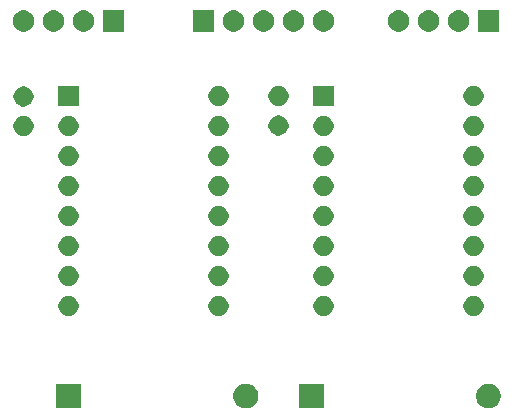
<source format=gbr>
G04 #@! TF.GenerationSoftware,KiCad,Pcbnew,5.1.5-52549c5~84~ubuntu18.04.1*
G04 #@! TF.CreationDate,2019-12-23T01:54:20+01:00*
G04 #@! TF.ProjectId,eq5drive,65713564-7269-4766-952e-6b696361645f,rev?*
G04 #@! TF.SameCoordinates,Original*
G04 #@! TF.FileFunction,Soldermask,Top*
G04 #@! TF.FilePolarity,Negative*
%FSLAX46Y46*%
G04 Gerber Fmt 4.6, Leading zero omitted, Abs format (unit mm)*
G04 Created by KiCad (PCBNEW 5.1.5-52549c5~84~ubuntu18.04.1) date 2019-12-23 01:54:20*
%MOMM*%
%LPD*%
G04 APERTURE LIST*
%ADD10C,0.100000*%
G04 APERTURE END LIST*
D10*
G36*
X136196564Y-98049389D02*
G01*
X136387833Y-98128615D01*
X136387835Y-98128616D01*
X136559973Y-98243635D01*
X136706365Y-98390027D01*
X136821385Y-98562167D01*
X136900611Y-98753436D01*
X136941000Y-98956484D01*
X136941000Y-99163516D01*
X136900611Y-99366564D01*
X136821385Y-99557833D01*
X136821384Y-99557835D01*
X136706365Y-99729973D01*
X136559973Y-99876365D01*
X136387835Y-99991384D01*
X136387834Y-99991385D01*
X136387833Y-99991385D01*
X136196564Y-100070611D01*
X135993516Y-100111000D01*
X135786484Y-100111000D01*
X135583436Y-100070611D01*
X135392167Y-99991385D01*
X135392166Y-99991385D01*
X135392165Y-99991384D01*
X135220027Y-99876365D01*
X135073635Y-99729973D01*
X134958616Y-99557835D01*
X134958615Y-99557833D01*
X134879389Y-99366564D01*
X134839000Y-99163516D01*
X134839000Y-98956484D01*
X134879389Y-98753436D01*
X134958615Y-98562167D01*
X135073635Y-98390027D01*
X135220027Y-98243635D01*
X135392165Y-98128616D01*
X135392167Y-98128615D01*
X135583436Y-98049389D01*
X135786484Y-98009000D01*
X135993516Y-98009000D01*
X136196564Y-98049389D01*
G37*
G36*
X121941000Y-100111000D02*
G01*
X119839000Y-100111000D01*
X119839000Y-98009000D01*
X121941000Y-98009000D01*
X121941000Y-100111000D01*
G37*
G36*
X115636564Y-98049389D02*
G01*
X115827833Y-98128615D01*
X115827835Y-98128616D01*
X115999973Y-98243635D01*
X116146365Y-98390027D01*
X116261385Y-98562167D01*
X116340611Y-98753436D01*
X116381000Y-98956484D01*
X116381000Y-99163516D01*
X116340611Y-99366564D01*
X116261385Y-99557833D01*
X116261384Y-99557835D01*
X116146365Y-99729973D01*
X115999973Y-99876365D01*
X115827835Y-99991384D01*
X115827834Y-99991385D01*
X115827833Y-99991385D01*
X115636564Y-100070611D01*
X115433516Y-100111000D01*
X115226484Y-100111000D01*
X115023436Y-100070611D01*
X114832167Y-99991385D01*
X114832166Y-99991385D01*
X114832165Y-99991384D01*
X114660027Y-99876365D01*
X114513635Y-99729973D01*
X114398616Y-99557835D01*
X114398615Y-99557833D01*
X114319389Y-99366564D01*
X114279000Y-99163516D01*
X114279000Y-98956484D01*
X114319389Y-98753436D01*
X114398615Y-98562167D01*
X114513635Y-98390027D01*
X114660027Y-98243635D01*
X114832165Y-98128616D01*
X114832167Y-98128615D01*
X115023436Y-98049389D01*
X115226484Y-98009000D01*
X115433516Y-98009000D01*
X115636564Y-98049389D01*
G37*
G36*
X101381000Y-100111000D02*
G01*
X99279000Y-100111000D01*
X99279000Y-98009000D01*
X101381000Y-98009000D01*
X101381000Y-100111000D01*
G37*
G36*
X100578228Y-90621703D02*
G01*
X100733100Y-90685853D01*
X100872481Y-90778985D01*
X100991015Y-90897519D01*
X101084147Y-91036900D01*
X101148297Y-91191772D01*
X101181000Y-91356184D01*
X101181000Y-91523816D01*
X101148297Y-91688228D01*
X101084147Y-91843100D01*
X100991015Y-91982481D01*
X100872481Y-92101015D01*
X100733100Y-92194147D01*
X100578228Y-92258297D01*
X100413816Y-92291000D01*
X100246184Y-92291000D01*
X100081772Y-92258297D01*
X99926900Y-92194147D01*
X99787519Y-92101015D01*
X99668985Y-91982481D01*
X99575853Y-91843100D01*
X99511703Y-91688228D01*
X99479000Y-91523816D01*
X99479000Y-91356184D01*
X99511703Y-91191772D01*
X99575853Y-91036900D01*
X99668985Y-90897519D01*
X99787519Y-90778985D01*
X99926900Y-90685853D01*
X100081772Y-90621703D01*
X100246184Y-90589000D01*
X100413816Y-90589000D01*
X100578228Y-90621703D01*
G37*
G36*
X113278228Y-90621703D02*
G01*
X113433100Y-90685853D01*
X113572481Y-90778985D01*
X113691015Y-90897519D01*
X113784147Y-91036900D01*
X113848297Y-91191772D01*
X113881000Y-91356184D01*
X113881000Y-91523816D01*
X113848297Y-91688228D01*
X113784147Y-91843100D01*
X113691015Y-91982481D01*
X113572481Y-92101015D01*
X113433100Y-92194147D01*
X113278228Y-92258297D01*
X113113816Y-92291000D01*
X112946184Y-92291000D01*
X112781772Y-92258297D01*
X112626900Y-92194147D01*
X112487519Y-92101015D01*
X112368985Y-91982481D01*
X112275853Y-91843100D01*
X112211703Y-91688228D01*
X112179000Y-91523816D01*
X112179000Y-91356184D01*
X112211703Y-91191772D01*
X112275853Y-91036900D01*
X112368985Y-90897519D01*
X112487519Y-90778985D01*
X112626900Y-90685853D01*
X112781772Y-90621703D01*
X112946184Y-90589000D01*
X113113816Y-90589000D01*
X113278228Y-90621703D01*
G37*
G36*
X134868228Y-90621703D02*
G01*
X135023100Y-90685853D01*
X135162481Y-90778985D01*
X135281015Y-90897519D01*
X135374147Y-91036900D01*
X135438297Y-91191772D01*
X135471000Y-91356184D01*
X135471000Y-91523816D01*
X135438297Y-91688228D01*
X135374147Y-91843100D01*
X135281015Y-91982481D01*
X135162481Y-92101015D01*
X135023100Y-92194147D01*
X134868228Y-92258297D01*
X134703816Y-92291000D01*
X134536184Y-92291000D01*
X134371772Y-92258297D01*
X134216900Y-92194147D01*
X134077519Y-92101015D01*
X133958985Y-91982481D01*
X133865853Y-91843100D01*
X133801703Y-91688228D01*
X133769000Y-91523816D01*
X133769000Y-91356184D01*
X133801703Y-91191772D01*
X133865853Y-91036900D01*
X133958985Y-90897519D01*
X134077519Y-90778985D01*
X134216900Y-90685853D01*
X134371772Y-90621703D01*
X134536184Y-90589000D01*
X134703816Y-90589000D01*
X134868228Y-90621703D01*
G37*
G36*
X122168228Y-90621703D02*
G01*
X122323100Y-90685853D01*
X122462481Y-90778985D01*
X122581015Y-90897519D01*
X122674147Y-91036900D01*
X122738297Y-91191772D01*
X122771000Y-91356184D01*
X122771000Y-91523816D01*
X122738297Y-91688228D01*
X122674147Y-91843100D01*
X122581015Y-91982481D01*
X122462481Y-92101015D01*
X122323100Y-92194147D01*
X122168228Y-92258297D01*
X122003816Y-92291000D01*
X121836184Y-92291000D01*
X121671772Y-92258297D01*
X121516900Y-92194147D01*
X121377519Y-92101015D01*
X121258985Y-91982481D01*
X121165853Y-91843100D01*
X121101703Y-91688228D01*
X121069000Y-91523816D01*
X121069000Y-91356184D01*
X121101703Y-91191772D01*
X121165853Y-91036900D01*
X121258985Y-90897519D01*
X121377519Y-90778985D01*
X121516900Y-90685853D01*
X121671772Y-90621703D01*
X121836184Y-90589000D01*
X122003816Y-90589000D01*
X122168228Y-90621703D01*
G37*
G36*
X113278228Y-88081703D02*
G01*
X113433100Y-88145853D01*
X113572481Y-88238985D01*
X113691015Y-88357519D01*
X113784147Y-88496900D01*
X113848297Y-88651772D01*
X113881000Y-88816184D01*
X113881000Y-88983816D01*
X113848297Y-89148228D01*
X113784147Y-89303100D01*
X113691015Y-89442481D01*
X113572481Y-89561015D01*
X113433100Y-89654147D01*
X113278228Y-89718297D01*
X113113816Y-89751000D01*
X112946184Y-89751000D01*
X112781772Y-89718297D01*
X112626900Y-89654147D01*
X112487519Y-89561015D01*
X112368985Y-89442481D01*
X112275853Y-89303100D01*
X112211703Y-89148228D01*
X112179000Y-88983816D01*
X112179000Y-88816184D01*
X112211703Y-88651772D01*
X112275853Y-88496900D01*
X112368985Y-88357519D01*
X112487519Y-88238985D01*
X112626900Y-88145853D01*
X112781772Y-88081703D01*
X112946184Y-88049000D01*
X113113816Y-88049000D01*
X113278228Y-88081703D01*
G37*
G36*
X134868228Y-88081703D02*
G01*
X135023100Y-88145853D01*
X135162481Y-88238985D01*
X135281015Y-88357519D01*
X135374147Y-88496900D01*
X135438297Y-88651772D01*
X135471000Y-88816184D01*
X135471000Y-88983816D01*
X135438297Y-89148228D01*
X135374147Y-89303100D01*
X135281015Y-89442481D01*
X135162481Y-89561015D01*
X135023100Y-89654147D01*
X134868228Y-89718297D01*
X134703816Y-89751000D01*
X134536184Y-89751000D01*
X134371772Y-89718297D01*
X134216900Y-89654147D01*
X134077519Y-89561015D01*
X133958985Y-89442481D01*
X133865853Y-89303100D01*
X133801703Y-89148228D01*
X133769000Y-88983816D01*
X133769000Y-88816184D01*
X133801703Y-88651772D01*
X133865853Y-88496900D01*
X133958985Y-88357519D01*
X134077519Y-88238985D01*
X134216900Y-88145853D01*
X134371772Y-88081703D01*
X134536184Y-88049000D01*
X134703816Y-88049000D01*
X134868228Y-88081703D01*
G37*
G36*
X122168228Y-88081703D02*
G01*
X122323100Y-88145853D01*
X122462481Y-88238985D01*
X122581015Y-88357519D01*
X122674147Y-88496900D01*
X122738297Y-88651772D01*
X122771000Y-88816184D01*
X122771000Y-88983816D01*
X122738297Y-89148228D01*
X122674147Y-89303100D01*
X122581015Y-89442481D01*
X122462481Y-89561015D01*
X122323100Y-89654147D01*
X122168228Y-89718297D01*
X122003816Y-89751000D01*
X121836184Y-89751000D01*
X121671772Y-89718297D01*
X121516900Y-89654147D01*
X121377519Y-89561015D01*
X121258985Y-89442481D01*
X121165853Y-89303100D01*
X121101703Y-89148228D01*
X121069000Y-88983816D01*
X121069000Y-88816184D01*
X121101703Y-88651772D01*
X121165853Y-88496900D01*
X121258985Y-88357519D01*
X121377519Y-88238985D01*
X121516900Y-88145853D01*
X121671772Y-88081703D01*
X121836184Y-88049000D01*
X122003816Y-88049000D01*
X122168228Y-88081703D01*
G37*
G36*
X100578228Y-88081703D02*
G01*
X100733100Y-88145853D01*
X100872481Y-88238985D01*
X100991015Y-88357519D01*
X101084147Y-88496900D01*
X101148297Y-88651772D01*
X101181000Y-88816184D01*
X101181000Y-88983816D01*
X101148297Y-89148228D01*
X101084147Y-89303100D01*
X100991015Y-89442481D01*
X100872481Y-89561015D01*
X100733100Y-89654147D01*
X100578228Y-89718297D01*
X100413816Y-89751000D01*
X100246184Y-89751000D01*
X100081772Y-89718297D01*
X99926900Y-89654147D01*
X99787519Y-89561015D01*
X99668985Y-89442481D01*
X99575853Y-89303100D01*
X99511703Y-89148228D01*
X99479000Y-88983816D01*
X99479000Y-88816184D01*
X99511703Y-88651772D01*
X99575853Y-88496900D01*
X99668985Y-88357519D01*
X99787519Y-88238985D01*
X99926900Y-88145853D01*
X100081772Y-88081703D01*
X100246184Y-88049000D01*
X100413816Y-88049000D01*
X100578228Y-88081703D01*
G37*
G36*
X122168228Y-85541703D02*
G01*
X122323100Y-85605853D01*
X122462481Y-85698985D01*
X122581015Y-85817519D01*
X122674147Y-85956900D01*
X122738297Y-86111772D01*
X122771000Y-86276184D01*
X122771000Y-86443816D01*
X122738297Y-86608228D01*
X122674147Y-86763100D01*
X122581015Y-86902481D01*
X122462481Y-87021015D01*
X122323100Y-87114147D01*
X122168228Y-87178297D01*
X122003816Y-87211000D01*
X121836184Y-87211000D01*
X121671772Y-87178297D01*
X121516900Y-87114147D01*
X121377519Y-87021015D01*
X121258985Y-86902481D01*
X121165853Y-86763100D01*
X121101703Y-86608228D01*
X121069000Y-86443816D01*
X121069000Y-86276184D01*
X121101703Y-86111772D01*
X121165853Y-85956900D01*
X121258985Y-85817519D01*
X121377519Y-85698985D01*
X121516900Y-85605853D01*
X121671772Y-85541703D01*
X121836184Y-85509000D01*
X122003816Y-85509000D01*
X122168228Y-85541703D01*
G37*
G36*
X100578228Y-85541703D02*
G01*
X100733100Y-85605853D01*
X100872481Y-85698985D01*
X100991015Y-85817519D01*
X101084147Y-85956900D01*
X101148297Y-86111772D01*
X101181000Y-86276184D01*
X101181000Y-86443816D01*
X101148297Y-86608228D01*
X101084147Y-86763100D01*
X100991015Y-86902481D01*
X100872481Y-87021015D01*
X100733100Y-87114147D01*
X100578228Y-87178297D01*
X100413816Y-87211000D01*
X100246184Y-87211000D01*
X100081772Y-87178297D01*
X99926900Y-87114147D01*
X99787519Y-87021015D01*
X99668985Y-86902481D01*
X99575853Y-86763100D01*
X99511703Y-86608228D01*
X99479000Y-86443816D01*
X99479000Y-86276184D01*
X99511703Y-86111772D01*
X99575853Y-85956900D01*
X99668985Y-85817519D01*
X99787519Y-85698985D01*
X99926900Y-85605853D01*
X100081772Y-85541703D01*
X100246184Y-85509000D01*
X100413816Y-85509000D01*
X100578228Y-85541703D01*
G37*
G36*
X134868228Y-85541703D02*
G01*
X135023100Y-85605853D01*
X135162481Y-85698985D01*
X135281015Y-85817519D01*
X135374147Y-85956900D01*
X135438297Y-86111772D01*
X135471000Y-86276184D01*
X135471000Y-86443816D01*
X135438297Y-86608228D01*
X135374147Y-86763100D01*
X135281015Y-86902481D01*
X135162481Y-87021015D01*
X135023100Y-87114147D01*
X134868228Y-87178297D01*
X134703816Y-87211000D01*
X134536184Y-87211000D01*
X134371772Y-87178297D01*
X134216900Y-87114147D01*
X134077519Y-87021015D01*
X133958985Y-86902481D01*
X133865853Y-86763100D01*
X133801703Y-86608228D01*
X133769000Y-86443816D01*
X133769000Y-86276184D01*
X133801703Y-86111772D01*
X133865853Y-85956900D01*
X133958985Y-85817519D01*
X134077519Y-85698985D01*
X134216900Y-85605853D01*
X134371772Y-85541703D01*
X134536184Y-85509000D01*
X134703816Y-85509000D01*
X134868228Y-85541703D01*
G37*
G36*
X113278228Y-85541703D02*
G01*
X113433100Y-85605853D01*
X113572481Y-85698985D01*
X113691015Y-85817519D01*
X113784147Y-85956900D01*
X113848297Y-86111772D01*
X113881000Y-86276184D01*
X113881000Y-86443816D01*
X113848297Y-86608228D01*
X113784147Y-86763100D01*
X113691015Y-86902481D01*
X113572481Y-87021015D01*
X113433100Y-87114147D01*
X113278228Y-87178297D01*
X113113816Y-87211000D01*
X112946184Y-87211000D01*
X112781772Y-87178297D01*
X112626900Y-87114147D01*
X112487519Y-87021015D01*
X112368985Y-86902481D01*
X112275853Y-86763100D01*
X112211703Y-86608228D01*
X112179000Y-86443816D01*
X112179000Y-86276184D01*
X112211703Y-86111772D01*
X112275853Y-85956900D01*
X112368985Y-85817519D01*
X112487519Y-85698985D01*
X112626900Y-85605853D01*
X112781772Y-85541703D01*
X112946184Y-85509000D01*
X113113816Y-85509000D01*
X113278228Y-85541703D01*
G37*
G36*
X100578228Y-83001703D02*
G01*
X100733100Y-83065853D01*
X100872481Y-83158985D01*
X100991015Y-83277519D01*
X101084147Y-83416900D01*
X101148297Y-83571772D01*
X101181000Y-83736184D01*
X101181000Y-83903816D01*
X101148297Y-84068228D01*
X101084147Y-84223100D01*
X100991015Y-84362481D01*
X100872481Y-84481015D01*
X100733100Y-84574147D01*
X100578228Y-84638297D01*
X100413816Y-84671000D01*
X100246184Y-84671000D01*
X100081772Y-84638297D01*
X99926900Y-84574147D01*
X99787519Y-84481015D01*
X99668985Y-84362481D01*
X99575853Y-84223100D01*
X99511703Y-84068228D01*
X99479000Y-83903816D01*
X99479000Y-83736184D01*
X99511703Y-83571772D01*
X99575853Y-83416900D01*
X99668985Y-83277519D01*
X99787519Y-83158985D01*
X99926900Y-83065853D01*
X100081772Y-83001703D01*
X100246184Y-82969000D01*
X100413816Y-82969000D01*
X100578228Y-83001703D01*
G37*
G36*
X113278228Y-83001703D02*
G01*
X113433100Y-83065853D01*
X113572481Y-83158985D01*
X113691015Y-83277519D01*
X113784147Y-83416900D01*
X113848297Y-83571772D01*
X113881000Y-83736184D01*
X113881000Y-83903816D01*
X113848297Y-84068228D01*
X113784147Y-84223100D01*
X113691015Y-84362481D01*
X113572481Y-84481015D01*
X113433100Y-84574147D01*
X113278228Y-84638297D01*
X113113816Y-84671000D01*
X112946184Y-84671000D01*
X112781772Y-84638297D01*
X112626900Y-84574147D01*
X112487519Y-84481015D01*
X112368985Y-84362481D01*
X112275853Y-84223100D01*
X112211703Y-84068228D01*
X112179000Y-83903816D01*
X112179000Y-83736184D01*
X112211703Y-83571772D01*
X112275853Y-83416900D01*
X112368985Y-83277519D01*
X112487519Y-83158985D01*
X112626900Y-83065853D01*
X112781772Y-83001703D01*
X112946184Y-82969000D01*
X113113816Y-82969000D01*
X113278228Y-83001703D01*
G37*
G36*
X122168228Y-83001703D02*
G01*
X122323100Y-83065853D01*
X122462481Y-83158985D01*
X122581015Y-83277519D01*
X122674147Y-83416900D01*
X122738297Y-83571772D01*
X122771000Y-83736184D01*
X122771000Y-83903816D01*
X122738297Y-84068228D01*
X122674147Y-84223100D01*
X122581015Y-84362481D01*
X122462481Y-84481015D01*
X122323100Y-84574147D01*
X122168228Y-84638297D01*
X122003816Y-84671000D01*
X121836184Y-84671000D01*
X121671772Y-84638297D01*
X121516900Y-84574147D01*
X121377519Y-84481015D01*
X121258985Y-84362481D01*
X121165853Y-84223100D01*
X121101703Y-84068228D01*
X121069000Y-83903816D01*
X121069000Y-83736184D01*
X121101703Y-83571772D01*
X121165853Y-83416900D01*
X121258985Y-83277519D01*
X121377519Y-83158985D01*
X121516900Y-83065853D01*
X121671772Y-83001703D01*
X121836184Y-82969000D01*
X122003816Y-82969000D01*
X122168228Y-83001703D01*
G37*
G36*
X134868228Y-83001703D02*
G01*
X135023100Y-83065853D01*
X135162481Y-83158985D01*
X135281015Y-83277519D01*
X135374147Y-83416900D01*
X135438297Y-83571772D01*
X135471000Y-83736184D01*
X135471000Y-83903816D01*
X135438297Y-84068228D01*
X135374147Y-84223100D01*
X135281015Y-84362481D01*
X135162481Y-84481015D01*
X135023100Y-84574147D01*
X134868228Y-84638297D01*
X134703816Y-84671000D01*
X134536184Y-84671000D01*
X134371772Y-84638297D01*
X134216900Y-84574147D01*
X134077519Y-84481015D01*
X133958985Y-84362481D01*
X133865853Y-84223100D01*
X133801703Y-84068228D01*
X133769000Y-83903816D01*
X133769000Y-83736184D01*
X133801703Y-83571772D01*
X133865853Y-83416900D01*
X133958985Y-83277519D01*
X134077519Y-83158985D01*
X134216900Y-83065853D01*
X134371772Y-83001703D01*
X134536184Y-82969000D01*
X134703816Y-82969000D01*
X134868228Y-83001703D01*
G37*
G36*
X100578228Y-80461703D02*
G01*
X100733100Y-80525853D01*
X100872481Y-80618985D01*
X100991015Y-80737519D01*
X101084147Y-80876900D01*
X101148297Y-81031772D01*
X101181000Y-81196184D01*
X101181000Y-81363816D01*
X101148297Y-81528228D01*
X101084147Y-81683100D01*
X100991015Y-81822481D01*
X100872481Y-81941015D01*
X100733100Y-82034147D01*
X100578228Y-82098297D01*
X100413816Y-82131000D01*
X100246184Y-82131000D01*
X100081772Y-82098297D01*
X99926900Y-82034147D01*
X99787519Y-81941015D01*
X99668985Y-81822481D01*
X99575853Y-81683100D01*
X99511703Y-81528228D01*
X99479000Y-81363816D01*
X99479000Y-81196184D01*
X99511703Y-81031772D01*
X99575853Y-80876900D01*
X99668985Y-80737519D01*
X99787519Y-80618985D01*
X99926900Y-80525853D01*
X100081772Y-80461703D01*
X100246184Y-80429000D01*
X100413816Y-80429000D01*
X100578228Y-80461703D01*
G37*
G36*
X122168228Y-80461703D02*
G01*
X122323100Y-80525853D01*
X122462481Y-80618985D01*
X122581015Y-80737519D01*
X122674147Y-80876900D01*
X122738297Y-81031772D01*
X122771000Y-81196184D01*
X122771000Y-81363816D01*
X122738297Y-81528228D01*
X122674147Y-81683100D01*
X122581015Y-81822481D01*
X122462481Y-81941015D01*
X122323100Y-82034147D01*
X122168228Y-82098297D01*
X122003816Y-82131000D01*
X121836184Y-82131000D01*
X121671772Y-82098297D01*
X121516900Y-82034147D01*
X121377519Y-81941015D01*
X121258985Y-81822481D01*
X121165853Y-81683100D01*
X121101703Y-81528228D01*
X121069000Y-81363816D01*
X121069000Y-81196184D01*
X121101703Y-81031772D01*
X121165853Y-80876900D01*
X121258985Y-80737519D01*
X121377519Y-80618985D01*
X121516900Y-80525853D01*
X121671772Y-80461703D01*
X121836184Y-80429000D01*
X122003816Y-80429000D01*
X122168228Y-80461703D01*
G37*
G36*
X113278228Y-80461703D02*
G01*
X113433100Y-80525853D01*
X113572481Y-80618985D01*
X113691015Y-80737519D01*
X113784147Y-80876900D01*
X113848297Y-81031772D01*
X113881000Y-81196184D01*
X113881000Y-81363816D01*
X113848297Y-81528228D01*
X113784147Y-81683100D01*
X113691015Y-81822481D01*
X113572481Y-81941015D01*
X113433100Y-82034147D01*
X113278228Y-82098297D01*
X113113816Y-82131000D01*
X112946184Y-82131000D01*
X112781772Y-82098297D01*
X112626900Y-82034147D01*
X112487519Y-81941015D01*
X112368985Y-81822481D01*
X112275853Y-81683100D01*
X112211703Y-81528228D01*
X112179000Y-81363816D01*
X112179000Y-81196184D01*
X112211703Y-81031772D01*
X112275853Y-80876900D01*
X112368985Y-80737519D01*
X112487519Y-80618985D01*
X112626900Y-80525853D01*
X112781772Y-80461703D01*
X112946184Y-80429000D01*
X113113816Y-80429000D01*
X113278228Y-80461703D01*
G37*
G36*
X134868228Y-80461703D02*
G01*
X135023100Y-80525853D01*
X135162481Y-80618985D01*
X135281015Y-80737519D01*
X135374147Y-80876900D01*
X135438297Y-81031772D01*
X135471000Y-81196184D01*
X135471000Y-81363816D01*
X135438297Y-81528228D01*
X135374147Y-81683100D01*
X135281015Y-81822481D01*
X135162481Y-81941015D01*
X135023100Y-82034147D01*
X134868228Y-82098297D01*
X134703816Y-82131000D01*
X134536184Y-82131000D01*
X134371772Y-82098297D01*
X134216900Y-82034147D01*
X134077519Y-81941015D01*
X133958985Y-81822481D01*
X133865853Y-81683100D01*
X133801703Y-81528228D01*
X133769000Y-81363816D01*
X133769000Y-81196184D01*
X133801703Y-81031772D01*
X133865853Y-80876900D01*
X133958985Y-80737519D01*
X134077519Y-80618985D01*
X134216900Y-80525853D01*
X134371772Y-80461703D01*
X134536184Y-80429000D01*
X134703816Y-80429000D01*
X134868228Y-80461703D01*
G37*
G36*
X122168228Y-77921703D02*
G01*
X122323100Y-77985853D01*
X122462481Y-78078985D01*
X122581015Y-78197519D01*
X122674147Y-78336900D01*
X122738297Y-78491772D01*
X122771000Y-78656184D01*
X122771000Y-78823816D01*
X122738297Y-78988228D01*
X122674147Y-79143100D01*
X122581015Y-79282481D01*
X122462481Y-79401015D01*
X122323100Y-79494147D01*
X122168228Y-79558297D01*
X122003816Y-79591000D01*
X121836184Y-79591000D01*
X121671772Y-79558297D01*
X121516900Y-79494147D01*
X121377519Y-79401015D01*
X121258985Y-79282481D01*
X121165853Y-79143100D01*
X121101703Y-78988228D01*
X121069000Y-78823816D01*
X121069000Y-78656184D01*
X121101703Y-78491772D01*
X121165853Y-78336900D01*
X121258985Y-78197519D01*
X121377519Y-78078985D01*
X121516900Y-77985853D01*
X121671772Y-77921703D01*
X121836184Y-77889000D01*
X122003816Y-77889000D01*
X122168228Y-77921703D01*
G37*
G36*
X134868228Y-77921703D02*
G01*
X135023100Y-77985853D01*
X135162481Y-78078985D01*
X135281015Y-78197519D01*
X135374147Y-78336900D01*
X135438297Y-78491772D01*
X135471000Y-78656184D01*
X135471000Y-78823816D01*
X135438297Y-78988228D01*
X135374147Y-79143100D01*
X135281015Y-79282481D01*
X135162481Y-79401015D01*
X135023100Y-79494147D01*
X134868228Y-79558297D01*
X134703816Y-79591000D01*
X134536184Y-79591000D01*
X134371772Y-79558297D01*
X134216900Y-79494147D01*
X134077519Y-79401015D01*
X133958985Y-79282481D01*
X133865853Y-79143100D01*
X133801703Y-78988228D01*
X133769000Y-78823816D01*
X133769000Y-78656184D01*
X133801703Y-78491772D01*
X133865853Y-78336900D01*
X133958985Y-78197519D01*
X134077519Y-78078985D01*
X134216900Y-77985853D01*
X134371772Y-77921703D01*
X134536184Y-77889000D01*
X134703816Y-77889000D01*
X134868228Y-77921703D01*
G37*
G36*
X113278228Y-77921703D02*
G01*
X113433100Y-77985853D01*
X113572481Y-78078985D01*
X113691015Y-78197519D01*
X113784147Y-78336900D01*
X113848297Y-78491772D01*
X113881000Y-78656184D01*
X113881000Y-78823816D01*
X113848297Y-78988228D01*
X113784147Y-79143100D01*
X113691015Y-79282481D01*
X113572481Y-79401015D01*
X113433100Y-79494147D01*
X113278228Y-79558297D01*
X113113816Y-79591000D01*
X112946184Y-79591000D01*
X112781772Y-79558297D01*
X112626900Y-79494147D01*
X112487519Y-79401015D01*
X112368985Y-79282481D01*
X112275853Y-79143100D01*
X112211703Y-78988228D01*
X112179000Y-78823816D01*
X112179000Y-78656184D01*
X112211703Y-78491772D01*
X112275853Y-78336900D01*
X112368985Y-78197519D01*
X112487519Y-78078985D01*
X112626900Y-77985853D01*
X112781772Y-77921703D01*
X112946184Y-77889000D01*
X113113816Y-77889000D01*
X113278228Y-77921703D01*
G37*
G36*
X100578228Y-77921703D02*
G01*
X100733100Y-77985853D01*
X100872481Y-78078985D01*
X100991015Y-78197519D01*
X101084147Y-78336900D01*
X101148297Y-78491772D01*
X101181000Y-78656184D01*
X101181000Y-78823816D01*
X101148297Y-78988228D01*
X101084147Y-79143100D01*
X100991015Y-79282481D01*
X100872481Y-79401015D01*
X100733100Y-79494147D01*
X100578228Y-79558297D01*
X100413816Y-79591000D01*
X100246184Y-79591000D01*
X100081772Y-79558297D01*
X99926900Y-79494147D01*
X99787519Y-79401015D01*
X99668985Y-79282481D01*
X99575853Y-79143100D01*
X99511703Y-78988228D01*
X99479000Y-78823816D01*
X99479000Y-78656184D01*
X99511703Y-78491772D01*
X99575853Y-78336900D01*
X99668985Y-78197519D01*
X99787519Y-78078985D01*
X99926900Y-77985853D01*
X100081772Y-77921703D01*
X100246184Y-77889000D01*
X100413816Y-77889000D01*
X100578228Y-77921703D01*
G37*
G36*
X113278228Y-75381703D02*
G01*
X113433100Y-75445853D01*
X113572481Y-75538985D01*
X113691015Y-75657519D01*
X113784147Y-75796900D01*
X113848297Y-75951772D01*
X113881000Y-76116184D01*
X113881000Y-76283816D01*
X113848297Y-76448228D01*
X113784147Y-76603100D01*
X113691015Y-76742481D01*
X113572481Y-76861015D01*
X113433100Y-76954147D01*
X113278228Y-77018297D01*
X113113816Y-77051000D01*
X112946184Y-77051000D01*
X112781772Y-77018297D01*
X112626900Y-76954147D01*
X112487519Y-76861015D01*
X112368985Y-76742481D01*
X112275853Y-76603100D01*
X112211703Y-76448228D01*
X112179000Y-76283816D01*
X112179000Y-76116184D01*
X112211703Y-75951772D01*
X112275853Y-75796900D01*
X112368985Y-75657519D01*
X112487519Y-75538985D01*
X112626900Y-75445853D01*
X112781772Y-75381703D01*
X112946184Y-75349000D01*
X113113816Y-75349000D01*
X113278228Y-75381703D01*
G37*
G36*
X100578228Y-75381703D02*
G01*
X100733100Y-75445853D01*
X100872481Y-75538985D01*
X100991015Y-75657519D01*
X101084147Y-75796900D01*
X101148297Y-75951772D01*
X101181000Y-76116184D01*
X101181000Y-76283816D01*
X101148297Y-76448228D01*
X101084147Y-76603100D01*
X100991015Y-76742481D01*
X100872481Y-76861015D01*
X100733100Y-76954147D01*
X100578228Y-77018297D01*
X100413816Y-77051000D01*
X100246184Y-77051000D01*
X100081772Y-77018297D01*
X99926900Y-76954147D01*
X99787519Y-76861015D01*
X99668985Y-76742481D01*
X99575853Y-76603100D01*
X99511703Y-76448228D01*
X99479000Y-76283816D01*
X99479000Y-76116184D01*
X99511703Y-75951772D01*
X99575853Y-75796900D01*
X99668985Y-75657519D01*
X99787519Y-75538985D01*
X99926900Y-75445853D01*
X100081772Y-75381703D01*
X100246184Y-75349000D01*
X100413816Y-75349000D01*
X100578228Y-75381703D01*
G37*
G36*
X122168228Y-75381703D02*
G01*
X122323100Y-75445853D01*
X122462481Y-75538985D01*
X122581015Y-75657519D01*
X122674147Y-75796900D01*
X122738297Y-75951772D01*
X122771000Y-76116184D01*
X122771000Y-76283816D01*
X122738297Y-76448228D01*
X122674147Y-76603100D01*
X122581015Y-76742481D01*
X122462481Y-76861015D01*
X122323100Y-76954147D01*
X122168228Y-77018297D01*
X122003816Y-77051000D01*
X121836184Y-77051000D01*
X121671772Y-77018297D01*
X121516900Y-76954147D01*
X121377519Y-76861015D01*
X121258985Y-76742481D01*
X121165853Y-76603100D01*
X121101703Y-76448228D01*
X121069000Y-76283816D01*
X121069000Y-76116184D01*
X121101703Y-75951772D01*
X121165853Y-75796900D01*
X121258985Y-75657519D01*
X121377519Y-75538985D01*
X121516900Y-75445853D01*
X121671772Y-75381703D01*
X121836184Y-75349000D01*
X122003816Y-75349000D01*
X122168228Y-75381703D01*
G37*
G36*
X96768228Y-75381703D02*
G01*
X96923100Y-75445853D01*
X97062481Y-75538985D01*
X97181015Y-75657519D01*
X97274147Y-75796900D01*
X97338297Y-75951772D01*
X97371000Y-76116184D01*
X97371000Y-76283816D01*
X97338297Y-76448228D01*
X97274147Y-76603100D01*
X97181015Y-76742481D01*
X97062481Y-76861015D01*
X96923100Y-76954147D01*
X96768228Y-77018297D01*
X96603816Y-77051000D01*
X96436184Y-77051000D01*
X96271772Y-77018297D01*
X96116900Y-76954147D01*
X95977519Y-76861015D01*
X95858985Y-76742481D01*
X95765853Y-76603100D01*
X95701703Y-76448228D01*
X95669000Y-76283816D01*
X95669000Y-76116184D01*
X95701703Y-75951772D01*
X95765853Y-75796900D01*
X95858985Y-75657519D01*
X95977519Y-75538985D01*
X96116900Y-75445853D01*
X96271772Y-75381703D01*
X96436184Y-75349000D01*
X96603816Y-75349000D01*
X96768228Y-75381703D01*
G37*
G36*
X134868228Y-75381703D02*
G01*
X135023100Y-75445853D01*
X135162481Y-75538985D01*
X135281015Y-75657519D01*
X135374147Y-75796900D01*
X135438297Y-75951772D01*
X135471000Y-76116184D01*
X135471000Y-76283816D01*
X135438297Y-76448228D01*
X135374147Y-76603100D01*
X135281015Y-76742481D01*
X135162481Y-76861015D01*
X135023100Y-76954147D01*
X134868228Y-77018297D01*
X134703816Y-77051000D01*
X134536184Y-77051000D01*
X134371772Y-77018297D01*
X134216900Y-76954147D01*
X134077519Y-76861015D01*
X133958985Y-76742481D01*
X133865853Y-76603100D01*
X133801703Y-76448228D01*
X133769000Y-76283816D01*
X133769000Y-76116184D01*
X133801703Y-75951772D01*
X133865853Y-75796900D01*
X133958985Y-75657519D01*
X134077519Y-75538985D01*
X134216900Y-75445853D01*
X134371772Y-75381703D01*
X134536184Y-75349000D01*
X134703816Y-75349000D01*
X134868228Y-75381703D01*
G37*
G36*
X118358228Y-75341703D02*
G01*
X118513100Y-75405853D01*
X118652481Y-75498985D01*
X118771015Y-75617519D01*
X118864147Y-75756900D01*
X118928297Y-75911772D01*
X118961000Y-76076184D01*
X118961000Y-76243816D01*
X118928297Y-76408228D01*
X118864147Y-76563100D01*
X118771015Y-76702481D01*
X118652481Y-76821015D01*
X118513100Y-76914147D01*
X118358228Y-76978297D01*
X118193816Y-77011000D01*
X118026184Y-77011000D01*
X117861772Y-76978297D01*
X117706900Y-76914147D01*
X117567519Y-76821015D01*
X117448985Y-76702481D01*
X117355853Y-76563100D01*
X117291703Y-76408228D01*
X117259000Y-76243816D01*
X117259000Y-76076184D01*
X117291703Y-75911772D01*
X117355853Y-75756900D01*
X117448985Y-75617519D01*
X117567519Y-75498985D01*
X117706900Y-75405853D01*
X117861772Y-75341703D01*
X118026184Y-75309000D01*
X118193816Y-75309000D01*
X118358228Y-75341703D01*
G37*
G36*
X96768228Y-72881703D02*
G01*
X96923100Y-72945853D01*
X97062481Y-73038985D01*
X97181015Y-73157519D01*
X97274147Y-73296900D01*
X97338297Y-73451772D01*
X97371000Y-73616184D01*
X97371000Y-73783816D01*
X97338297Y-73948228D01*
X97274147Y-74103100D01*
X97181015Y-74242481D01*
X97062481Y-74361015D01*
X96923100Y-74454147D01*
X96768228Y-74518297D01*
X96603816Y-74551000D01*
X96436184Y-74551000D01*
X96271772Y-74518297D01*
X96116900Y-74454147D01*
X95977519Y-74361015D01*
X95858985Y-74242481D01*
X95765853Y-74103100D01*
X95701703Y-73948228D01*
X95669000Y-73783816D01*
X95669000Y-73616184D01*
X95701703Y-73451772D01*
X95765853Y-73296900D01*
X95858985Y-73157519D01*
X95977519Y-73038985D01*
X96116900Y-72945853D01*
X96271772Y-72881703D01*
X96436184Y-72849000D01*
X96603816Y-72849000D01*
X96768228Y-72881703D01*
G37*
G36*
X101181000Y-74511000D02*
G01*
X99479000Y-74511000D01*
X99479000Y-72809000D01*
X101181000Y-72809000D01*
X101181000Y-74511000D01*
G37*
G36*
X122771000Y-74511000D02*
G01*
X121069000Y-74511000D01*
X121069000Y-72809000D01*
X122771000Y-72809000D01*
X122771000Y-74511000D01*
G37*
G36*
X134868228Y-72841703D02*
G01*
X135023100Y-72905853D01*
X135162481Y-72998985D01*
X135281015Y-73117519D01*
X135374147Y-73256900D01*
X135438297Y-73411772D01*
X135471000Y-73576184D01*
X135471000Y-73743816D01*
X135438297Y-73908228D01*
X135374147Y-74063100D01*
X135281015Y-74202481D01*
X135162481Y-74321015D01*
X135023100Y-74414147D01*
X134868228Y-74478297D01*
X134703816Y-74511000D01*
X134536184Y-74511000D01*
X134371772Y-74478297D01*
X134216900Y-74414147D01*
X134077519Y-74321015D01*
X133958985Y-74202481D01*
X133865853Y-74063100D01*
X133801703Y-73908228D01*
X133769000Y-73743816D01*
X133769000Y-73576184D01*
X133801703Y-73411772D01*
X133865853Y-73256900D01*
X133958985Y-73117519D01*
X134077519Y-72998985D01*
X134216900Y-72905853D01*
X134371772Y-72841703D01*
X134536184Y-72809000D01*
X134703816Y-72809000D01*
X134868228Y-72841703D01*
G37*
G36*
X118358228Y-72841703D02*
G01*
X118513100Y-72905853D01*
X118652481Y-72998985D01*
X118771015Y-73117519D01*
X118864147Y-73256900D01*
X118928297Y-73411772D01*
X118961000Y-73576184D01*
X118961000Y-73743816D01*
X118928297Y-73908228D01*
X118864147Y-74063100D01*
X118771015Y-74202481D01*
X118652481Y-74321015D01*
X118513100Y-74414147D01*
X118358228Y-74478297D01*
X118193816Y-74511000D01*
X118026184Y-74511000D01*
X117861772Y-74478297D01*
X117706900Y-74414147D01*
X117567519Y-74321015D01*
X117448985Y-74202481D01*
X117355853Y-74063100D01*
X117291703Y-73908228D01*
X117259000Y-73743816D01*
X117259000Y-73576184D01*
X117291703Y-73411772D01*
X117355853Y-73256900D01*
X117448985Y-73117519D01*
X117567519Y-72998985D01*
X117706900Y-72905853D01*
X117861772Y-72841703D01*
X118026184Y-72809000D01*
X118193816Y-72809000D01*
X118358228Y-72841703D01*
G37*
G36*
X113278228Y-72841703D02*
G01*
X113433100Y-72905853D01*
X113572481Y-72998985D01*
X113691015Y-73117519D01*
X113784147Y-73256900D01*
X113848297Y-73411772D01*
X113881000Y-73576184D01*
X113881000Y-73743816D01*
X113848297Y-73908228D01*
X113784147Y-74063100D01*
X113691015Y-74202481D01*
X113572481Y-74321015D01*
X113433100Y-74414147D01*
X113278228Y-74478297D01*
X113113816Y-74511000D01*
X112946184Y-74511000D01*
X112781772Y-74478297D01*
X112626900Y-74414147D01*
X112487519Y-74321015D01*
X112368985Y-74202481D01*
X112275853Y-74063100D01*
X112211703Y-73908228D01*
X112179000Y-73743816D01*
X112179000Y-73576184D01*
X112211703Y-73411772D01*
X112275853Y-73256900D01*
X112368985Y-73117519D01*
X112487519Y-72998985D01*
X112626900Y-72905853D01*
X112781772Y-72841703D01*
X112946184Y-72809000D01*
X113113816Y-72809000D01*
X113278228Y-72841703D01*
G37*
G36*
X136791000Y-68211000D02*
G01*
X134989000Y-68211000D01*
X134989000Y-66409000D01*
X136791000Y-66409000D01*
X136791000Y-68211000D01*
G37*
G36*
X112661000Y-68211000D02*
G01*
X110859000Y-68211000D01*
X110859000Y-66409000D01*
X112661000Y-66409000D01*
X112661000Y-68211000D01*
G37*
G36*
X133463512Y-66413927D02*
G01*
X133612812Y-66443624D01*
X133776784Y-66511544D01*
X133924354Y-66610147D01*
X134049853Y-66735646D01*
X134148456Y-66883216D01*
X134216376Y-67047188D01*
X134251000Y-67221259D01*
X134251000Y-67398741D01*
X134216376Y-67572812D01*
X134148456Y-67736784D01*
X134049853Y-67884354D01*
X133924354Y-68009853D01*
X133776784Y-68108456D01*
X133612812Y-68176376D01*
X133463512Y-68206073D01*
X133438742Y-68211000D01*
X133261258Y-68211000D01*
X133236488Y-68206073D01*
X133087188Y-68176376D01*
X132923216Y-68108456D01*
X132775646Y-68009853D01*
X132650147Y-67884354D01*
X132551544Y-67736784D01*
X132483624Y-67572812D01*
X132449000Y-67398741D01*
X132449000Y-67221259D01*
X132483624Y-67047188D01*
X132551544Y-66883216D01*
X132650147Y-66735646D01*
X132775646Y-66610147D01*
X132923216Y-66511544D01*
X133087188Y-66443624D01*
X133236488Y-66413927D01*
X133261258Y-66409000D01*
X133438742Y-66409000D01*
X133463512Y-66413927D01*
G37*
G36*
X130923512Y-66413927D02*
G01*
X131072812Y-66443624D01*
X131236784Y-66511544D01*
X131384354Y-66610147D01*
X131509853Y-66735646D01*
X131608456Y-66883216D01*
X131676376Y-67047188D01*
X131711000Y-67221259D01*
X131711000Y-67398741D01*
X131676376Y-67572812D01*
X131608456Y-67736784D01*
X131509853Y-67884354D01*
X131384354Y-68009853D01*
X131236784Y-68108456D01*
X131072812Y-68176376D01*
X130923512Y-68206073D01*
X130898742Y-68211000D01*
X130721258Y-68211000D01*
X130696488Y-68206073D01*
X130547188Y-68176376D01*
X130383216Y-68108456D01*
X130235646Y-68009853D01*
X130110147Y-67884354D01*
X130011544Y-67736784D01*
X129943624Y-67572812D01*
X129909000Y-67398741D01*
X129909000Y-67221259D01*
X129943624Y-67047188D01*
X130011544Y-66883216D01*
X130110147Y-66735646D01*
X130235646Y-66610147D01*
X130383216Y-66511544D01*
X130547188Y-66443624D01*
X130696488Y-66413927D01*
X130721258Y-66409000D01*
X130898742Y-66409000D01*
X130923512Y-66413927D01*
G37*
G36*
X128383512Y-66413927D02*
G01*
X128532812Y-66443624D01*
X128696784Y-66511544D01*
X128844354Y-66610147D01*
X128969853Y-66735646D01*
X129068456Y-66883216D01*
X129136376Y-67047188D01*
X129171000Y-67221259D01*
X129171000Y-67398741D01*
X129136376Y-67572812D01*
X129068456Y-67736784D01*
X128969853Y-67884354D01*
X128844354Y-68009853D01*
X128696784Y-68108456D01*
X128532812Y-68176376D01*
X128383512Y-68206073D01*
X128358742Y-68211000D01*
X128181258Y-68211000D01*
X128156488Y-68206073D01*
X128007188Y-68176376D01*
X127843216Y-68108456D01*
X127695646Y-68009853D01*
X127570147Y-67884354D01*
X127471544Y-67736784D01*
X127403624Y-67572812D01*
X127369000Y-67398741D01*
X127369000Y-67221259D01*
X127403624Y-67047188D01*
X127471544Y-66883216D01*
X127570147Y-66735646D01*
X127695646Y-66610147D01*
X127843216Y-66511544D01*
X128007188Y-66443624D01*
X128156488Y-66413927D01*
X128181258Y-66409000D01*
X128358742Y-66409000D01*
X128383512Y-66413927D01*
G37*
G36*
X122033512Y-66413927D02*
G01*
X122182812Y-66443624D01*
X122346784Y-66511544D01*
X122494354Y-66610147D01*
X122619853Y-66735646D01*
X122718456Y-66883216D01*
X122786376Y-67047188D01*
X122821000Y-67221259D01*
X122821000Y-67398741D01*
X122786376Y-67572812D01*
X122718456Y-67736784D01*
X122619853Y-67884354D01*
X122494354Y-68009853D01*
X122346784Y-68108456D01*
X122182812Y-68176376D01*
X122033512Y-68206073D01*
X122008742Y-68211000D01*
X121831258Y-68211000D01*
X121806488Y-68206073D01*
X121657188Y-68176376D01*
X121493216Y-68108456D01*
X121345646Y-68009853D01*
X121220147Y-67884354D01*
X121121544Y-67736784D01*
X121053624Y-67572812D01*
X121019000Y-67398741D01*
X121019000Y-67221259D01*
X121053624Y-67047188D01*
X121121544Y-66883216D01*
X121220147Y-66735646D01*
X121345646Y-66610147D01*
X121493216Y-66511544D01*
X121657188Y-66443624D01*
X121806488Y-66413927D01*
X121831258Y-66409000D01*
X122008742Y-66409000D01*
X122033512Y-66413927D01*
G37*
G36*
X119493512Y-66413927D02*
G01*
X119642812Y-66443624D01*
X119806784Y-66511544D01*
X119954354Y-66610147D01*
X120079853Y-66735646D01*
X120178456Y-66883216D01*
X120246376Y-67047188D01*
X120281000Y-67221259D01*
X120281000Y-67398741D01*
X120246376Y-67572812D01*
X120178456Y-67736784D01*
X120079853Y-67884354D01*
X119954354Y-68009853D01*
X119806784Y-68108456D01*
X119642812Y-68176376D01*
X119493512Y-68206073D01*
X119468742Y-68211000D01*
X119291258Y-68211000D01*
X119266488Y-68206073D01*
X119117188Y-68176376D01*
X118953216Y-68108456D01*
X118805646Y-68009853D01*
X118680147Y-67884354D01*
X118581544Y-67736784D01*
X118513624Y-67572812D01*
X118479000Y-67398741D01*
X118479000Y-67221259D01*
X118513624Y-67047188D01*
X118581544Y-66883216D01*
X118680147Y-66735646D01*
X118805646Y-66610147D01*
X118953216Y-66511544D01*
X119117188Y-66443624D01*
X119266488Y-66413927D01*
X119291258Y-66409000D01*
X119468742Y-66409000D01*
X119493512Y-66413927D01*
G37*
G36*
X116953512Y-66413927D02*
G01*
X117102812Y-66443624D01*
X117266784Y-66511544D01*
X117414354Y-66610147D01*
X117539853Y-66735646D01*
X117638456Y-66883216D01*
X117706376Y-67047188D01*
X117741000Y-67221259D01*
X117741000Y-67398741D01*
X117706376Y-67572812D01*
X117638456Y-67736784D01*
X117539853Y-67884354D01*
X117414354Y-68009853D01*
X117266784Y-68108456D01*
X117102812Y-68176376D01*
X116953512Y-68206073D01*
X116928742Y-68211000D01*
X116751258Y-68211000D01*
X116726488Y-68206073D01*
X116577188Y-68176376D01*
X116413216Y-68108456D01*
X116265646Y-68009853D01*
X116140147Y-67884354D01*
X116041544Y-67736784D01*
X115973624Y-67572812D01*
X115939000Y-67398741D01*
X115939000Y-67221259D01*
X115973624Y-67047188D01*
X116041544Y-66883216D01*
X116140147Y-66735646D01*
X116265646Y-66610147D01*
X116413216Y-66511544D01*
X116577188Y-66443624D01*
X116726488Y-66413927D01*
X116751258Y-66409000D01*
X116928742Y-66409000D01*
X116953512Y-66413927D01*
G37*
G36*
X114413512Y-66413927D02*
G01*
X114562812Y-66443624D01*
X114726784Y-66511544D01*
X114874354Y-66610147D01*
X114999853Y-66735646D01*
X115098456Y-66883216D01*
X115166376Y-67047188D01*
X115201000Y-67221259D01*
X115201000Y-67398741D01*
X115166376Y-67572812D01*
X115098456Y-67736784D01*
X114999853Y-67884354D01*
X114874354Y-68009853D01*
X114726784Y-68108456D01*
X114562812Y-68176376D01*
X114413512Y-68206073D01*
X114388742Y-68211000D01*
X114211258Y-68211000D01*
X114186488Y-68206073D01*
X114037188Y-68176376D01*
X113873216Y-68108456D01*
X113725646Y-68009853D01*
X113600147Y-67884354D01*
X113501544Y-67736784D01*
X113433624Y-67572812D01*
X113399000Y-67398741D01*
X113399000Y-67221259D01*
X113433624Y-67047188D01*
X113501544Y-66883216D01*
X113600147Y-66735646D01*
X113725646Y-66610147D01*
X113873216Y-66511544D01*
X114037188Y-66443624D01*
X114186488Y-66413927D01*
X114211258Y-66409000D01*
X114388742Y-66409000D01*
X114413512Y-66413927D01*
G37*
G36*
X96633512Y-66413927D02*
G01*
X96782812Y-66443624D01*
X96946784Y-66511544D01*
X97094354Y-66610147D01*
X97219853Y-66735646D01*
X97318456Y-66883216D01*
X97386376Y-67047188D01*
X97421000Y-67221259D01*
X97421000Y-67398741D01*
X97386376Y-67572812D01*
X97318456Y-67736784D01*
X97219853Y-67884354D01*
X97094354Y-68009853D01*
X96946784Y-68108456D01*
X96782812Y-68176376D01*
X96633512Y-68206073D01*
X96608742Y-68211000D01*
X96431258Y-68211000D01*
X96406488Y-68206073D01*
X96257188Y-68176376D01*
X96093216Y-68108456D01*
X95945646Y-68009853D01*
X95820147Y-67884354D01*
X95721544Y-67736784D01*
X95653624Y-67572812D01*
X95619000Y-67398741D01*
X95619000Y-67221259D01*
X95653624Y-67047188D01*
X95721544Y-66883216D01*
X95820147Y-66735646D01*
X95945646Y-66610147D01*
X96093216Y-66511544D01*
X96257188Y-66443624D01*
X96406488Y-66413927D01*
X96431258Y-66409000D01*
X96608742Y-66409000D01*
X96633512Y-66413927D01*
G37*
G36*
X99173512Y-66413927D02*
G01*
X99322812Y-66443624D01*
X99486784Y-66511544D01*
X99634354Y-66610147D01*
X99759853Y-66735646D01*
X99858456Y-66883216D01*
X99926376Y-67047188D01*
X99961000Y-67221259D01*
X99961000Y-67398741D01*
X99926376Y-67572812D01*
X99858456Y-67736784D01*
X99759853Y-67884354D01*
X99634354Y-68009853D01*
X99486784Y-68108456D01*
X99322812Y-68176376D01*
X99173512Y-68206073D01*
X99148742Y-68211000D01*
X98971258Y-68211000D01*
X98946488Y-68206073D01*
X98797188Y-68176376D01*
X98633216Y-68108456D01*
X98485646Y-68009853D01*
X98360147Y-67884354D01*
X98261544Y-67736784D01*
X98193624Y-67572812D01*
X98159000Y-67398741D01*
X98159000Y-67221259D01*
X98193624Y-67047188D01*
X98261544Y-66883216D01*
X98360147Y-66735646D01*
X98485646Y-66610147D01*
X98633216Y-66511544D01*
X98797188Y-66443624D01*
X98946488Y-66413927D01*
X98971258Y-66409000D01*
X99148742Y-66409000D01*
X99173512Y-66413927D01*
G37*
G36*
X101713512Y-66413927D02*
G01*
X101862812Y-66443624D01*
X102026784Y-66511544D01*
X102174354Y-66610147D01*
X102299853Y-66735646D01*
X102398456Y-66883216D01*
X102466376Y-67047188D01*
X102501000Y-67221259D01*
X102501000Y-67398741D01*
X102466376Y-67572812D01*
X102398456Y-67736784D01*
X102299853Y-67884354D01*
X102174354Y-68009853D01*
X102026784Y-68108456D01*
X101862812Y-68176376D01*
X101713512Y-68206073D01*
X101688742Y-68211000D01*
X101511258Y-68211000D01*
X101486488Y-68206073D01*
X101337188Y-68176376D01*
X101173216Y-68108456D01*
X101025646Y-68009853D01*
X100900147Y-67884354D01*
X100801544Y-67736784D01*
X100733624Y-67572812D01*
X100699000Y-67398741D01*
X100699000Y-67221259D01*
X100733624Y-67047188D01*
X100801544Y-66883216D01*
X100900147Y-66735646D01*
X101025646Y-66610147D01*
X101173216Y-66511544D01*
X101337188Y-66443624D01*
X101486488Y-66413927D01*
X101511258Y-66409000D01*
X101688742Y-66409000D01*
X101713512Y-66413927D01*
G37*
G36*
X105041000Y-68211000D02*
G01*
X103239000Y-68211000D01*
X103239000Y-66409000D01*
X105041000Y-66409000D01*
X105041000Y-68211000D01*
G37*
M02*

</source>
